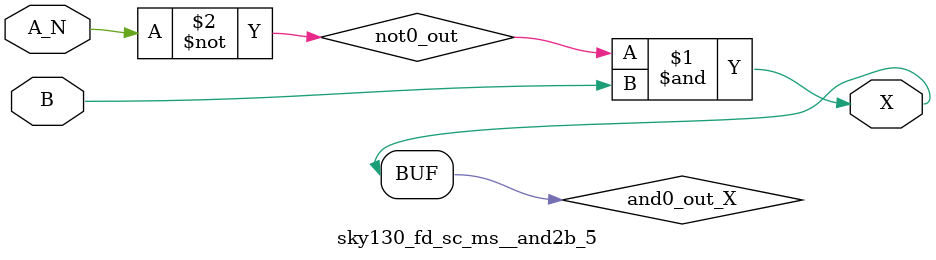
<source format=v>
module sky130_fd_sc_ms__and2b_5 (
    X  ,
    A_N,
    B
);
    output X  ;
    input  A_N;
    input  B  ;
    wire not0_out  ;
    wire and0_out_X;
    not not0 (not0_out  , A_N            );
    and and0 (and0_out_X, not0_out, B    );
    buf buf0 (X         , and0_out_X     );
endmodule
</source>
